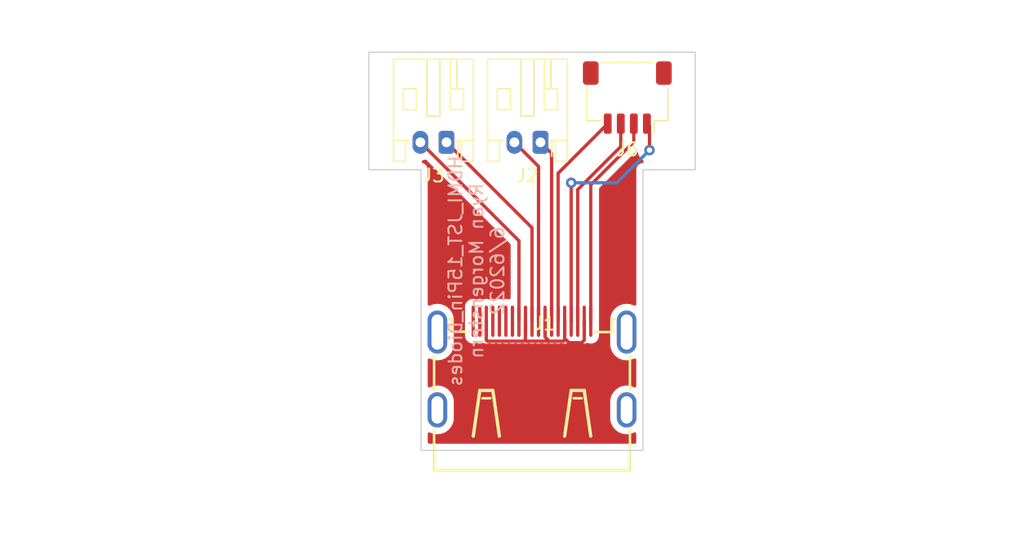
<source format=kicad_pcb>
(kicad_pcb (version 20211014) (generator pcbnew)
  (layers (0 "F.Cu" signal) (31 "B.Cu" signal) (34 "B.Paste" user) (35 "F.Paste" user) (36 "B.SilkS" user "B.Silkscreen") (37 "F.SilkS" user "F.Silkscreen") (38 "B.Mask" user) (39 "F.Mask" user) (44 "Edge.Cuts" user))
  (net 0 "")
  (net 1 "Net-(J1-Pad1)")
  (net 2 "GND")
  (net 3 "Net-(J1-Pad3)")
  (net 4 "Net-(J1-Pad4)")
  (net 5 "Net-(J1-Pad6)")
  (net 6 "Net-(J1-Pad7)")
  (net 7 "Net-(J1-Pad9)")
  (net 8 "Net-(J1-Pad10)")
  (net 9 "Net-(J1-Pad12)")
  (footprint "Connector_JST:JST_PH_S2B-PH-K_1x02_P2.00mm_Horizontal" (layer "F.Cu") (at -6.55 -17.1 180)
    (fp_text reference "J3" (at 1 -2.55) (layer "F.SilkS"))
    (fp_text value "Conn_01x02")
    (fp_line (start -0.86 0.14) (end -1.14 0.14) (layer "F.SilkS") (width 0.12))
    (fp_line (start -1.3 4.1) (end -0.3 4.1) (layer "F.SilkS") (width 0.12))
    (fp_line (start 1.5 2) (end 1.5 6.36) (layer "F.SilkS") (width 0.12))
    (fp_line (start -2.06 -1.46) (end -2.06 6.36) (layer "F.SilkS") (width 0.12))
    (fp_line (start -0.8 4.1) (end -0.8 6.36) (layer "F.SilkS") (width 0.12))
    (fp_line (start -0.3 4.1) (end -0.3 2.5) (layer "F.SilkS") (width 0.12))
    (fp_line (start 0.5 6.36) (end 0.5 2) (layer "F.SilkS") (width 0.12))
    (fp_line (start -2.06 0.14) (end -1.14 0.14) (layer "F.SilkS") (width 0.12))
    (fp_line (start -1.3 2.5) (end -1.3 4.1) (layer "F.SilkS") (width 0.12))
    (fp_line (start -2.06 6.36) (end 4.06 6.36) (layer "F.SilkS") (width 0.12))
    (fp_line (start 3.14 -1.46) (end 3.14 0.14) (layer "F.SilkS") (width 0.12))
    (fp_line (start 3.14 0.14) (end 2.86 0.14) (layer "F.SilkS") (width 0.12))
    (fp_line (start -1.14 0.14) (end -1.14 -1.46) (layer "F.SilkS") (width 0.12))
    (fp_line (start -0.3 2.5) (end -1.3 2.5) (layer "F.SilkS") (width 0.12))
    (fp_line (start 2.3 2.5) (end 3.3 2.5) (layer "F.SilkS") (width 0.12))
    (fp_line (start -0.3 4.1) (end -0.3 6.36) (layer "F.SilkS") (width 0.12))
    (fp_line (start 4.06 6.36) (end 4.06 -1.46) (layer "F.SilkS") (width 0.12))
    (fp_line (start 4.06 -1.46) (end 3.14 -1.46) (layer "F.SilkS") (width 0.12))
    (fp_line (start 0.5 2) (end 1.5 2) (layer "F.SilkS") (width 0.12))
    (fp_line (start 4.06 0.14) (end 3.14 0.14) (layer "F.SilkS") (width 0.12))
    (fp_line (start -1.14 -1.46) (end -2.06 -1.46) (layer "F.SilkS") (width 0.12))
    (fp_line (start 2.3 4.1) (end 2.3 2.5) (layer "F.SilkS") (width 0.12))
    (fp_line (start 3.3 2.5) (end 3.3 4.1) (layer "F.SilkS") (width 0.12))
    (fp_line (start -0.86 0.14) (end -0.86 -1.075) (layer "F.SilkS") (width 0.12))
    (fp_line (start 3.3 4.1) (end 2.3 4.1) (layer "F.SilkS") (width 0.12))
    (pad "1" thru_hole roundrect (at 0 0 180) (size 1.2 1.75) (drill 0.75) (layers *.Cu *.Mask) (roundrect_rratio 0.2083333333) (net 8 "Net-(J1-Pad10)"))
    (pad "2" thru_hole oval (at 2 0 180) (size 1.2 1.75) (drill 0.75) (layers *.Cu *.Mask) (net 9 "Net-(J1-Pad12)"))
  )
  (footprint "Connector_JST:JST_PH_S2B-PH-K_1x02_P2.00mm_Horizontal" (layer "F.Cu") (at 0.65 -17.1 180)
    (fp_text reference "J2" (at 1 -2.55) (layer "F.SilkS"))
    (fp_text value "Conn_01x02")
    (fp_line (start 2.3 4.1) (end 2.3 2.5) (layer "F.SilkS") (width 0.12))
    (fp_line (start 1.5 2) (end 1.5 6.36) (layer "F.SilkS") (width 0.12))
    (fp_line (start 4.06 -1.46) (end 3.14 -1.46) (layer "F.SilkS") (width 0.12))
    (fp_line (start 3.14 -1.46) (end 3.14 0.14) (layer "F.SilkS") (width 0.12))
    (fp_line (start 4.06 0.14) (end 3.14 0.14) (layer "F.SilkS") (width 0.12))
    (fp_line (start -0.3 2.5) (end -1.3 2.5) (layer "F.SilkS") (width 0.12))
    (fp_line (start -1.14 0.14) (end -1.14 -1.46) (layer "F.SilkS") (width 0.12))
    (fp_line (start 3.14 0.14) (end 2.86 0.14) (layer "F.SilkS") (width 0.12))
    (fp_line (start 3.3 4.1) (end 2.3 4.1) (layer "F.SilkS") (width 0.12))
    (fp_line (start -0.8 4.1) (end -0.8 6.36) (layer "F.SilkS") (width 0.12))
    (fp_line (start -0.3 4.1) (end -0.3 6.36) (layer "F.SilkS") (width 0.12))
    (fp_line (start -2.06 -1.46) (end -2.06 6.36) (layer "F.SilkS") (width 0.12))
    (fp_line (start 2.3 2.5) (end 3.3 2.5) (layer "F.SilkS") (width 0.12))
    (fp_line (start -0.86 0.14) (end -0.86 -1.075) (layer "F.SilkS") (width 0.12))
    (fp_line (start -2.06 6.36) (end 4.06 6.36) (layer "F.SilkS") (width 0.12))
    (fp_line (start -1.14 -1.46) (end -2.06 -1.46) (layer "F.SilkS") (width 0.12))
    (fp_line (start -1.3 2.5) (end -1.3 4.1) (layer "F.SilkS") (width 0.12))
    (fp_line (start 0.5 6.36) (end 0.5 2) (layer "F.SilkS") (width 0.12))
    (fp_line (start 0.5 2) (end 1.5 2) (layer "F.SilkS") (width 0.12))
    (fp_line (start 3.3 2.5) (end 3.3 4.1) (layer "F.SilkS") (width 0.12))
    (fp_line (start 4.06 6.36) (end 4.06 -1.46) (layer "F.SilkS") (width 0.12))
    (fp_line (start -0.86 0.14) (end -1.14 0.14) (layer "F.SilkS") (width 0.12))
    (fp_line (start -0.3 4.1) (end -0.3 2.5) (layer "F.SilkS") (width 0.12))
    (fp_line (start -1.3 4.1) (end -0.3 4.1) (layer "F.SilkS") (width 0.12))
    (fp_line (start -2.06 0.14) (end -1.14 0.14) (layer "F.SilkS") (width 0.12))
    (pad "1" thru_hole roundrect (at 0 0 180) (size 1.2 1.75) (drill 0.75) (layers *.Cu *.Mask) (roundrect_rratio 0.2083333333) (net 6 "Net-(J1-Pad7)"))
    (pad "2" thru_hole oval (at 2 0 180) (size 1.2 1.75) (drill 0.75) (layers *.Cu *.Mask) (net 7 "Net-(J1-Pad9)"))
  )
  (footprint "0_15Pin_FootprintsLib:HDMI-SMD_HDMI-019S" (layer "F.Cu") (at 0 0)
    (fp_text reference "J1" (at 0 -3.207) (layer "F.SilkS") (effects (justify left)))
    (fp_text value "HDMI_A")
    (fp_line (start -3 1.904) (end -4 1.904) (layer "F.SilkS") (width 0.254))
    (fp_line (start -7.5 1.875) (end -7.5 -0.743) (layer "F.SilkS") (width 0.2))
    (fp_line (start 6.08 -2.575) (end 6.145 -2.575) (layer "F.SilkS") (width 0.2))
    (fp_line (start 7.5 8.036) (end 7.5 4.917) (layer "F.SilkS") (width 0.2))
    (fp_line (start 6.08 -2.565) (end 6.08 -2.575) (layer "F.SilkS") (width 0.2))
    (fp_line (start 4.83 -2.565) (end 6.08 -2.565) (layer "F.SilkS") (width 0.2))
    (fp_line (start -7.5 8.036) (end -7.5 4.917) (layer "F.SilkS") (width 0.2))
    (fp_line (start 3.2 2.504) (end 3.8 2.504) (layer "F.SilkS") (width 0.2))
    (fp_line (start 4 1.904) (end 4.5 5.404) (layer "F.SilkS") (width 0.254))
    (fp_line (start 6.145 -3.563) (end 6.352 -3.563) (layer "F.SilkS") (width 0.2))
    (fp_line (start -3.2 2.504) (end -3.8 2.504) (layer "F.SilkS") (width 0.2))
    (fp_line (start -6.12 -2.592) (end -4.837 -2.592) (layer "F.SilkS") (width 0.2))
    (fp_line (start 3 1.904) (end 4 1.904) (layer "F.SilkS") (width 0.254))
    (fp_line (start 7.5 1.876) (end 7.5 -0.743) (layer "F.SilkS") (width 0.2))
    (fp_line (start 2.5 5.404) (end 3 1.904) (layer "F.SilkS") (width 0.254))
    (fp_line (start -6.12 -3.545) (end -6.12 -2.592) (layer "F.SilkS") (width 0.2))
    (fp_line (start -7.5 8.036) (end 7.5 8.036) (layer "F.SilkS") (width 0.2))
    (fp_line (start 6.352 -3.563) (end 6.352 -3.556) (layer "F.SilkS") (width 0.2))
    (fp_line (start 6.145 -2.575) (end 6.145 -3.563) (layer "F.SilkS") (width 0.2))
    (fp_line (start -6.107 -3.557) (end -6.107 -3.545) (layer "F.SilkS") (width 0.2))
    (fp_line (start -4 1.904) (end -4.5 5.404) (layer "F.SilkS") (width 0.254))
    (fp_line (start -6.107 -3.545) (end -6.12 -3.545) (layer "F.SilkS") (width 0.2))
    (fp_line (start -2.5 5.404) (end -3 1.904) (layer "F.SilkS") (width 0.254))
    (fp_line (start -6.35 -3.557) (end -6.107 -3.557) (layer "F.SilkS") (width 0.2))
    (pad "1" smd oval (at 4.501 -3.396) (size 0.25 2.4) (layers "F.Cu" "F.Paste" "F.Mask") (net 1 "Net-(J1-Pad1)"))
    (pad "2" smd oval (at 4.001 -3.396) (size 0.25 2.4) (layers "F.Cu" "F.Paste" "F.Mask") (net 2 "GND"))
    (pad "3" smd oval (at 3.501 -3.396) (size 0.25 2.4) (layers "F.Cu" "F.Paste" "F.Mask") (net 3 "Net-(J1-Pad3)"))
    (pad "4" smd oval (at 3.001 -3.396) (size 0.25 2.4) (layers "F.Cu" "F.Paste" "F.Mask") (net 4 "Net-(J1-Pad4)"))
    (pad "5" smd oval (at 2.5 -3.396) (size 0.25 2.4) (layers "F.Cu" "F.Paste" "F.Mask") (net 2 "GND"))
    (pad "6" smd oval (at 2 -3.396) (size 0.25 2.4) (layers "F.Cu" "F.Paste" "F.Mask") (net 5 "Net-(J1-Pad6)"))
    (pad "7" smd oval (at 1.5 -3.396) (size 0.25 2.4) (layers "F.Cu" "F.Paste" "F.Mask") (net 6 "Net-(J1-Pad7)"))
    (pad "8" smd oval (at 1 -3.396) (size 0.25 2.4) (layers "F.Cu" "F.Paste" "F.Mask") (net 2 "GND"))
    (pad "9" smd oval (at 0.5 -3.396) (size 0.25 2.4) (layers "F.Cu" "F.Paste" "F.Mask") (net 7 "Net-(J1-Pad9)"))
    (pad "10" smd oval (at 0 -3.396) (size 0.25 2.4) (layers "F.Cu" "F.Paste" "F.Mask") (net 8 "Net-(J1-Pad10)"))
    (pad "11" smd oval (at -0.5 -3.396) (size 0.25 2.4) (layers "F.Cu" "F.Paste" "F.Mask") (net 2 "GND"))
    (pad "12" smd oval (at -1 -3.396) (size 0.25 2.4) (layers "F.Cu" "F.Paste" "F.Mask") (net 9 "Net-(J1-Pad12)"))
    (pad "13" smd oval (at -1.5 -3.396) (size 0.25 2.4) (layers "F.Cu" "F.Paste" "F.Mask"))
    (pad "14" smd oval (at -2 -3.396) (size 0.25 2.4) (layers "F.Cu" "F.Paste" "F.Mask"))
    (pad "15" smd oval (at -2.5 -3.396) (size 0.25 2.4) (layers "F.Cu" "F.Paste" "F.Mask"))
    (pad "16" smd oval (at -3.001 -3.396) (size 0.25 2.4) (layers "F.Cu" "F.Paste" "F.Mask"))
    (pad "17" smd oval (at -3.501 -3.396) (size 0.25 2.4) (layers "F.Cu" "F.Paste" "F.Mask") (net 2 "GND"))
    (pad "18" smd oval (at -4.001 -3.396) (size 0.25 2.4) (layers "F.Cu" "F.Paste" "F.Mask"))
    (pad "19" smd oval (at -4.501 -3.396) (size 0.25 2.4) (layers "F.Cu" "F.Paste" "F.Mask"))
    (pad "20" thru_hole oval (at 7.25 3.396) (size 1.5 2.7) (drill oval 0.9 2.1) (layers *.Cu *.Mask))
    (pad "21" thru_hole oval (at -7.25 3.396) (size 1.5 2.7) (drill oval 0.9 2.1) (layers *.Cu *.Mask))
    (pad "22" thru_hole oval (at 7.25 -2.564) (size 1.5 3.3) (drill oval 0.9 2.7) (layers *.Cu *.Mask))
    (pad "23" thru_hole oval (at -7.25 -2.564) (size 1.5 3.3) (drill oval 0.9 2.7) (layers *.Cu *.Mask))
  )
  (footprint "Connector_JST:JST_SH_SM04B-SRSS-TB_1x04-1MP_P1.00mm_Horizontal" (layer "F.Cu") (at 7.3 -20.53 180)
    (fp_text reference "J6" (at 0 -3.98) (layer "F.SilkS"))
    (fp_text value "Conn_01x04")
    (fp_line (start -2.06 -1.785) (end -2.06 -2.775) (layer "F.SilkS") (width 0.12))
    (fp_line (start -1.94 2.685) (end 1.94 2.685) (layer "F.SilkS") (width 0.12))
    (fp_line (start 3.11 0.715) (end 3.11 -1.785) (layer "F.SilkS") (width 0.12))
    (fp_line (start 3.11 -1.785) (end 2.06 -1.785) (layer "F.SilkS") (width 0.12))
    (fp_line (start -3.11 0.715) (end -3.11 -1.785) (layer "F.SilkS") (width 0.12))
    (fp_line (start -3.11 -1.785) (end -2.06 -1.785) (layer "F.SilkS") (width 0.12))
    (pad "1" smd roundrect (at -1.5 -2 180) (size 0.6 1.55) (layers "F.Cu" "F.Paste" "F.Mask") (net 4 "Net-(J1-Pad4)"))
    (pad "2" smd roundrect (at -0.5 -2 180) (size 0.6 1.55) (layers "F.Cu" "F.Paste" "F.Mask") (net 1 "Net-(J1-Pad1)"))
    (pad "3" smd roundrect (at 0.5 -2 180) (size 0.6 1.55) (layers "F.Cu" "F.Paste" "F.Mask") (net 3 "Net-(J1-Pad3)"))
    (pad "4" smd roundrect (at 1.5 -2 180) (size 0.6 1.55) (layers "F.Cu" "F.Paste" "F.Mask") (net 5 "Net-(J1-Pad6)"))
    (pad "MP" smd roundrect (at 2.8 1.875 180) (size 1.2 1.8) (layers "F.Cu" "F.Paste" "F.Mask") (roundrect_rratio 0.2083333333))
    (pad "MP" smd roundrect (at -2.8 1.875 180) (size 1.2 1.8) (layers "F.Cu" "F.Paste" "F.Mask") (roundrect_rratio 0.2083333333))
  )
  (gr_line (start 12.5 -15) (end 12.5 -24) (layer "Edge.Cuts") (width 0.1))
  (gr_line (start -12.5 -24) (end -11.25 -24) (layer "Edge.Cuts") (width 0.1))
  (gr_line (start 12.5 -24) (end 11.75 -24) (layer "Edge.Cuts") (width 0.1))
  (gr_line (start -8.5 -5) (end -8.5 -15) (layer "Edge.Cuts") (width 0.1))
  (gr_line (start 11.75 -24) (end -11.25 -24) (layer "Edge.Cuts") (width 0.1))
  (gr_line (start -12.5 -15) (end -12.5 -24) (layer "Edge.Cuts") (width 0.1))
  (gr_line (start 8.5 6.5) (end -8.5 6.5) (layer "Edge.Cuts") (width 0.1))
  (gr_line (start -8.5 -5) (end -8.5 6.5) (layer "Edge.Cuts") (width 0.1))
  (gr_line (start 8.5 -5) (end 8.5 6.5) (layer "Edge.Cuts") (width 0.1))
  (gr_line (start 8.5 -15) (end 12.5 -15) (layer "Edge.Cuts") (width 0.1))
  (gr_line (start -8.5 -15) (end -12.5 -15) (layer "Edge.Cuts") (width 0.1))
  (gr_line (start 8.5 -5) (end 8.5 -15) (layer "Edge.Cuts") (width 0.1))
  (gr_text "HDMI_JST_15Pin_Diodes\nRyan Morgenstern\n6/62022" (at -4.25 -7.25 90) (layer "B.SilkS") (effects (font (size 1 1)) (justify mirror)))
  (segment (start 4.501 -13.840668) (end 7.8 -17.139668) (width 0.25) (layer "F.Cu") (net 1))
  (segment (start 4.501 -3.396) (end 4.501 -13.840668) (width 0.25) (layer "F.Cu") (net 1))
  (segment (start 7.8 -17.139668) (end 7.8 -18.53) (width 0.25) (layer "F.Cu") (net 1))
  (segment (start -3.501 -1.946) (end -3.501 -3.396) (width 0.25) (layer "F.Cu") (net 2))
  (segment (start 3.805 -1.75) (end 2.834323 -1.75) (width 0.25) (layer "F.Cu") (net 2))
  (segment (start 2.5 -1.946) (end 2.42548 -1.87148) (width 0.25) (layer "F.Cu") (net 2))
  (segment (start -0.5 -3.396) (end -0.5 -1.946) (width 0.25) (layer "F.Cu") (net 2))
  (segment (start 4.001 -3.396) (end 4.001 -1.946) (width 0.25) (layer "F.Cu") (net 2))
  (segment (start -0.42548 -1.87148) (end -3.42648 -1.87148) (width 0.25) (layer "F.Cu") (net 2))
  (segment (start 2.834323 -1.75) (end 2.5 -2.084323) (width 0.25) (layer "F.Cu") (net 2))
  (segment (start 2.5 -2.084323) (end 2.5 -3.396) (width 0.25) (layer "F.Cu") (net 2))
  (segment (start -0.5 -1.946) (end -0.42548 -1.87148) (width 0.25) (layer "F.Cu") (net 2))
  (segment (start -0.42548 -1.87148) (end 1.313803 -1.87148) (width 0.25) (layer "F.Cu") (net 2))
  (segment (start 4.001 -1.946) (end 3.805 -1.75) (width 0.25) (layer "F.Cu") (net 2))
  (segment (start 1.313803 -1.87148) (end 1 -2.185283) (width 0.25) (layer "F.Cu") (net 2))
  (segment (start 2.42548 -1.87148) (end 1.313803 -1.87148) (width 0.25) (layer "F.Cu") (net 2))
  (segment (start 2.5 -3.396) (end 2.5 -1.946) (width 0.25) (layer "F.Cu") (net 2))
  (segment (start -3.42648 -1.87148) (end -3.501 -1.946) (width 0.25) (layer "F.Cu") (net 2))
  (segment (start 1 -2.185283) (end 1 -3.396) (width 0.25) (layer "F.Cu") (net 2))
  (segment (start 3.501 -13.476386) (end 6.8 -16.775386) (width 0.25) (layer "F.Cu") (net 3))
  (segment (start 6.8 -16.775386) (end 6.8 -18.53) (width 0.25) (layer "F.Cu") (net 3))
  (segment (start 3.501 -3.396) (end 3.501 -13.476386) (width 0.25) (layer "F.Cu") (net 3))
  (segment (start 3.001 -13.999) (end 3 -14) (width 0.25) (layer "F.Cu") (net 4))
  (segment (start 9 -16.5) (end 9 -18.33) (width 0.25) (layer "F.Cu") (net 4))
  (segment (start 9 -18.33) (end 8.8 -18.53) (width 0.25) (layer "F.Cu") (net 4))
  (segment (start 3.001 -3.396) (end 3.001 -13.999) (width 0.25) (layer "F.Cu") (net 4))
  (via (at 3 -14) (size 0.8) (drill 0.4) (layers "F.Cu" "B.Cu") (net 4))
  (via (at 9 -16.5) (size 0.8) (drill 0.4) (layers "F.Cu" "B.Cu") (net 4))
  (segment (start 6.5 -14) (end 9 -16.5) (width 0.25) (layer "B.Cu") (net 4))
  (segment (start 3 -14) (end 6.5 -14) (width 0.25) (layer "B.Cu") (net 4))
  (segment (start 2 -14.73) (end 5.8 -18.53) (width 0.25) (layer "F.Cu") (net 5))
  (segment (start 2 -3.396) (end 2 -14.73) (width 0.25) (layer "F.Cu") (net 5))
  (segment (start 0.65 -17.1) (end 1.5 -16.25) (width 0.25) (layer "F.Cu") (net 6))
  (segment (start 1.5 -16.25) (end 1.5 -3.396) (width 0.25) (layer "F.Cu") (net 6))
  (segment (start -1.35 -17.1) (end 0.5 -15.25) (width 0.25) (layer "F.Cu") (net 7))
  (segment (start 0.5 -15.25) (end 0.5 -3.396) (width 0.25) (layer "F.Cu") (net 7))
  (segment (start 0 -10.55) (end 0 -3.396) (width 0.25) (layer "F.Cu") (net 8))
  (segment (start -6.55 -17.1) (end 0 -10.55) (width 0.25) (layer "F.Cu") (net 8))
  (segment (start -1 -9.55) (end -1 -3.396) (width 0.25) (layer "F.Cu") (net 9))
  (segment (start -8.55 -17.1) (end -1 -9.55) (width 0.25) (layer "F.Cu") (net 9))
  (zone (net 2) (net_name "GND") (layer "F.Cu") (connect_pads (clearance 0.508)) (min_thickness 0.254) (fill yes (thermal_gap 0.508) (thermal_bridge_width 0.508))
    (polygon (pts (xy 37.689557 -27.808431) (xy 34 14.5) (xy -39 13.5) (xy -33 -28)))
  )
)
</source>
